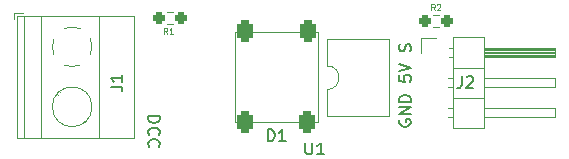
<source format=gbr>
%TF.GenerationSoftware,KiCad,Pcbnew,7.0.10*%
%TF.CreationDate,2024-02-12T10:02:05+01:00*%
%TF.ProjectId,CURRENT_SENSOR_SMD,43555252-454e-4545-9f53-454e534f525f,rev?*%
%TF.SameCoordinates,Original*%
%TF.FileFunction,Legend,Top*%
%TF.FilePolarity,Positive*%
%FSLAX46Y46*%
G04 Gerber Fmt 4.6, Leading zero omitted, Abs format (unit mm)*
G04 Created by KiCad (PCBNEW 7.0.10) date 2024-02-12 10:02:05*
%MOMM*%
%LPD*%
G01*
G04 APERTURE LIST*
G04 Aperture macros list*
%AMRoundRect*
0 Rectangle with rounded corners*
0 $1 Rounding radius*
0 $2 $3 $4 $5 $6 $7 $8 $9 X,Y pos of 4 corners*
0 Add a 4 corners polygon primitive as box body*
4,1,4,$2,$3,$4,$5,$6,$7,$8,$9,$2,$3,0*
0 Add four circle primitives for the rounded corners*
1,1,$1+$1,$2,$3*
1,1,$1+$1,$4,$5*
1,1,$1+$1,$6,$7*
1,1,$1+$1,$8,$9*
0 Add four rect primitives between the rounded corners*
20,1,$1+$1,$2,$3,$4,$5,0*
20,1,$1+$1,$4,$5,$6,$7,0*
20,1,$1+$1,$6,$7,$8,$9,0*
20,1,$1+$1,$8,$9,$2,$3,0*%
G04 Aperture macros list end*
%ADD10C,0.150000*%
%ADD11C,0.075000*%
%ADD12C,0.120000*%
%ADD13C,3.200000*%
%ADD14R,1.780000X2.000000*%
%ADD15RoundRect,0.237500X-0.250000X-0.237500X0.250000X-0.237500X0.250000X0.237500X-0.250000X0.237500X0*%
%ADD16RoundRect,0.237500X0.250000X0.237500X-0.250000X0.237500X-0.250000X-0.237500X0.250000X-0.237500X0*%
%ADD17R,1.700000X1.700000*%
%ADD18O,1.700000X1.700000*%
%ADD19R,2.600000X2.600000*%
%ADD20C,2.600000*%
%ADD21RoundRect,0.318750X-0.318750X0.581250X-0.318750X-0.581250X0.318750X-0.581250X0.318750X0.581250X0*%
G04 APERTURE END LIST*
D10*
X83417438Y-63639411D02*
X83369819Y-63734649D01*
X83369819Y-63734649D02*
X83369819Y-63877506D01*
X83369819Y-63877506D02*
X83417438Y-64020363D01*
X83417438Y-64020363D02*
X83512676Y-64115601D01*
X83512676Y-64115601D02*
X83607914Y-64163220D01*
X83607914Y-64163220D02*
X83798390Y-64210839D01*
X83798390Y-64210839D02*
X83941247Y-64210839D01*
X83941247Y-64210839D02*
X84131723Y-64163220D01*
X84131723Y-64163220D02*
X84226961Y-64115601D01*
X84226961Y-64115601D02*
X84322200Y-64020363D01*
X84322200Y-64020363D02*
X84369819Y-63877506D01*
X84369819Y-63877506D02*
X84369819Y-63782268D01*
X84369819Y-63782268D02*
X84322200Y-63639411D01*
X84322200Y-63639411D02*
X84274580Y-63591792D01*
X84274580Y-63591792D02*
X83941247Y-63591792D01*
X83941247Y-63591792D02*
X83941247Y-63782268D01*
X84369819Y-63163220D02*
X83369819Y-63163220D01*
X83369819Y-63163220D02*
X84369819Y-62591792D01*
X84369819Y-62591792D02*
X83369819Y-62591792D01*
X84369819Y-62115601D02*
X83369819Y-62115601D01*
X83369819Y-62115601D02*
X83369819Y-61877506D01*
X83369819Y-61877506D02*
X83417438Y-61734649D01*
X83417438Y-61734649D02*
X83512676Y-61639411D01*
X83512676Y-61639411D02*
X83607914Y-61591792D01*
X83607914Y-61591792D02*
X83798390Y-61544173D01*
X83798390Y-61544173D02*
X83941247Y-61544173D01*
X83941247Y-61544173D02*
X84131723Y-61591792D01*
X84131723Y-61591792D02*
X84226961Y-61639411D01*
X84226961Y-61639411D02*
X84322200Y-61734649D01*
X84322200Y-61734649D02*
X84369819Y-61877506D01*
X84369819Y-61877506D02*
X84369819Y-62115601D01*
X83369819Y-59877506D02*
X83369819Y-60353696D01*
X83369819Y-60353696D02*
X83846009Y-60401315D01*
X83846009Y-60401315D02*
X83798390Y-60353696D01*
X83798390Y-60353696D02*
X83750771Y-60258458D01*
X83750771Y-60258458D02*
X83750771Y-60020363D01*
X83750771Y-60020363D02*
X83798390Y-59925125D01*
X83798390Y-59925125D02*
X83846009Y-59877506D01*
X83846009Y-59877506D02*
X83941247Y-59829887D01*
X83941247Y-59829887D02*
X84179342Y-59829887D01*
X84179342Y-59829887D02*
X84274580Y-59877506D01*
X84274580Y-59877506D02*
X84322200Y-59925125D01*
X84322200Y-59925125D02*
X84369819Y-60020363D01*
X84369819Y-60020363D02*
X84369819Y-60258458D01*
X84369819Y-60258458D02*
X84322200Y-60353696D01*
X84322200Y-60353696D02*
X84274580Y-60401315D01*
X83369819Y-59544172D02*
X84369819Y-59210839D01*
X84369819Y-59210839D02*
X83369819Y-58877506D01*
X84322200Y-57829886D02*
X84369819Y-57687029D01*
X84369819Y-57687029D02*
X84369819Y-57448934D01*
X84369819Y-57448934D02*
X84322200Y-57353696D01*
X84322200Y-57353696D02*
X84274580Y-57306077D01*
X84274580Y-57306077D02*
X84179342Y-57258458D01*
X84179342Y-57258458D02*
X84084104Y-57258458D01*
X84084104Y-57258458D02*
X83988866Y-57306077D01*
X83988866Y-57306077D02*
X83941247Y-57353696D01*
X83941247Y-57353696D02*
X83893628Y-57448934D01*
X83893628Y-57448934D02*
X83846009Y-57639410D01*
X83846009Y-57639410D02*
X83798390Y-57734648D01*
X83798390Y-57734648D02*
X83750771Y-57782267D01*
X83750771Y-57782267D02*
X83655533Y-57829886D01*
X83655533Y-57829886D02*
X83560295Y-57829886D01*
X83560295Y-57829886D02*
X83465057Y-57782267D01*
X83465057Y-57782267D02*
X83417438Y-57734648D01*
X83417438Y-57734648D02*
X83369819Y-57639410D01*
X83369819Y-57639410D02*
X83369819Y-57401315D01*
X83369819Y-57401315D02*
X83417438Y-57258458D01*
X62130180Y-63336779D02*
X63130180Y-63336779D01*
X63130180Y-63336779D02*
X63130180Y-63574874D01*
X63130180Y-63574874D02*
X63082561Y-63717731D01*
X63082561Y-63717731D02*
X62987323Y-63812969D01*
X62987323Y-63812969D02*
X62892085Y-63860588D01*
X62892085Y-63860588D02*
X62701609Y-63908207D01*
X62701609Y-63908207D02*
X62558752Y-63908207D01*
X62558752Y-63908207D02*
X62368276Y-63860588D01*
X62368276Y-63860588D02*
X62273038Y-63812969D01*
X62273038Y-63812969D02*
X62177800Y-63717731D01*
X62177800Y-63717731D02*
X62130180Y-63574874D01*
X62130180Y-63574874D02*
X62130180Y-63336779D01*
X62225419Y-64908207D02*
X62177800Y-64860588D01*
X62177800Y-64860588D02*
X62130180Y-64717731D01*
X62130180Y-64717731D02*
X62130180Y-64622493D01*
X62130180Y-64622493D02*
X62177800Y-64479636D01*
X62177800Y-64479636D02*
X62273038Y-64384398D01*
X62273038Y-64384398D02*
X62368276Y-64336779D01*
X62368276Y-64336779D02*
X62558752Y-64289160D01*
X62558752Y-64289160D02*
X62701609Y-64289160D01*
X62701609Y-64289160D02*
X62892085Y-64336779D01*
X62892085Y-64336779D02*
X62987323Y-64384398D01*
X62987323Y-64384398D02*
X63082561Y-64479636D01*
X63082561Y-64479636D02*
X63130180Y-64622493D01*
X63130180Y-64622493D02*
X63130180Y-64717731D01*
X63130180Y-64717731D02*
X63082561Y-64860588D01*
X63082561Y-64860588D02*
X63034942Y-64908207D01*
X62225419Y-65908207D02*
X62177800Y-65860588D01*
X62177800Y-65860588D02*
X62130180Y-65717731D01*
X62130180Y-65717731D02*
X62130180Y-65622493D01*
X62130180Y-65622493D02*
X62177800Y-65479636D01*
X62177800Y-65479636D02*
X62273038Y-65384398D01*
X62273038Y-65384398D02*
X62368276Y-65336779D01*
X62368276Y-65336779D02*
X62558752Y-65289160D01*
X62558752Y-65289160D02*
X62701609Y-65289160D01*
X62701609Y-65289160D02*
X62892085Y-65336779D01*
X62892085Y-65336779D02*
X62987323Y-65384398D01*
X62987323Y-65384398D02*
X63082561Y-65479636D01*
X63082561Y-65479636D02*
X63130180Y-65622493D01*
X63130180Y-65622493D02*
X63130180Y-65717731D01*
X63130180Y-65717731D02*
X63082561Y-65860588D01*
X63082561Y-65860588D02*
X63034942Y-65908207D01*
X75448095Y-65557819D02*
X75448095Y-66367342D01*
X75448095Y-66367342D02*
X75495714Y-66462580D01*
X75495714Y-66462580D02*
X75543333Y-66510200D01*
X75543333Y-66510200D02*
X75638571Y-66557819D01*
X75638571Y-66557819D02*
X75829047Y-66557819D01*
X75829047Y-66557819D02*
X75924285Y-66510200D01*
X75924285Y-66510200D02*
X75971904Y-66462580D01*
X75971904Y-66462580D02*
X76019523Y-66367342D01*
X76019523Y-66367342D02*
X76019523Y-65557819D01*
X77019523Y-66557819D02*
X76448095Y-66557819D01*
X76733809Y-66557819D02*
X76733809Y-65557819D01*
X76733809Y-65557819D02*
X76638571Y-65700676D01*
X76638571Y-65700676D02*
X76543333Y-65795914D01*
X76543333Y-65795914D02*
X76448095Y-65843533D01*
D11*
X86403666Y-54329409D02*
X86237000Y-54091314D01*
X86117952Y-54329409D02*
X86117952Y-53829409D01*
X86117952Y-53829409D02*
X86308428Y-53829409D01*
X86308428Y-53829409D02*
X86356047Y-53853219D01*
X86356047Y-53853219D02*
X86379857Y-53877028D01*
X86379857Y-53877028D02*
X86403666Y-53924647D01*
X86403666Y-53924647D02*
X86403666Y-53996076D01*
X86403666Y-53996076D02*
X86379857Y-54043695D01*
X86379857Y-54043695D02*
X86356047Y-54067504D01*
X86356047Y-54067504D02*
X86308428Y-54091314D01*
X86308428Y-54091314D02*
X86117952Y-54091314D01*
X86594143Y-53877028D02*
X86617952Y-53853219D01*
X86617952Y-53853219D02*
X86665571Y-53829409D01*
X86665571Y-53829409D02*
X86784619Y-53829409D01*
X86784619Y-53829409D02*
X86832238Y-53853219D01*
X86832238Y-53853219D02*
X86856047Y-53877028D01*
X86856047Y-53877028D02*
X86879857Y-53924647D01*
X86879857Y-53924647D02*
X86879857Y-53972266D01*
X86879857Y-53972266D02*
X86856047Y-54043695D01*
X86856047Y-54043695D02*
X86570333Y-54329409D01*
X86570333Y-54329409D02*
X86879857Y-54329409D01*
X63766666Y-56352409D02*
X63600000Y-56114314D01*
X63480952Y-56352409D02*
X63480952Y-55852409D01*
X63480952Y-55852409D02*
X63671428Y-55852409D01*
X63671428Y-55852409D02*
X63719047Y-55876219D01*
X63719047Y-55876219D02*
X63742857Y-55900028D01*
X63742857Y-55900028D02*
X63766666Y-55947647D01*
X63766666Y-55947647D02*
X63766666Y-56019076D01*
X63766666Y-56019076D02*
X63742857Y-56066695D01*
X63742857Y-56066695D02*
X63719047Y-56090504D01*
X63719047Y-56090504D02*
X63671428Y-56114314D01*
X63671428Y-56114314D02*
X63480952Y-56114314D01*
X64242857Y-56352409D02*
X63957143Y-56352409D01*
X64100000Y-56352409D02*
X64100000Y-55852409D01*
X64100000Y-55852409D02*
X64052381Y-55923838D01*
X64052381Y-55923838D02*
X64004762Y-55971457D01*
X64004762Y-55971457D02*
X63957143Y-55995266D01*
D10*
X88666666Y-59954819D02*
X88666666Y-60669104D01*
X88666666Y-60669104D02*
X88619047Y-60811961D01*
X88619047Y-60811961D02*
X88523809Y-60907200D01*
X88523809Y-60907200D02*
X88380952Y-60954819D01*
X88380952Y-60954819D02*
X88285714Y-60954819D01*
X89095238Y-60050057D02*
X89142857Y-60002438D01*
X89142857Y-60002438D02*
X89238095Y-59954819D01*
X89238095Y-59954819D02*
X89476190Y-59954819D01*
X89476190Y-59954819D02*
X89571428Y-60002438D01*
X89571428Y-60002438D02*
X89619047Y-60050057D01*
X89619047Y-60050057D02*
X89666666Y-60145295D01*
X89666666Y-60145295D02*
X89666666Y-60240533D01*
X89666666Y-60240533D02*
X89619047Y-60383390D01*
X89619047Y-60383390D02*
X89047619Y-60954819D01*
X89047619Y-60954819D02*
X89666666Y-60954819D01*
X58954819Y-60833333D02*
X59669104Y-60833333D01*
X59669104Y-60833333D02*
X59811961Y-60880952D01*
X59811961Y-60880952D02*
X59907200Y-60976190D01*
X59907200Y-60976190D02*
X59954819Y-61119047D01*
X59954819Y-61119047D02*
X59954819Y-61214285D01*
X59954819Y-59833333D02*
X59954819Y-60404761D01*
X59954819Y-60119047D02*
X58954819Y-60119047D01*
X58954819Y-60119047D02*
X59097676Y-60214285D01*
X59097676Y-60214285D02*
X59192914Y-60309523D01*
X59192914Y-60309523D02*
X59240533Y-60404761D01*
X72261905Y-65454819D02*
X72261905Y-64454819D01*
X72261905Y-64454819D02*
X72500000Y-64454819D01*
X72500000Y-64454819D02*
X72642857Y-64502438D01*
X72642857Y-64502438D02*
X72738095Y-64597676D01*
X72738095Y-64597676D02*
X72785714Y-64692914D01*
X72785714Y-64692914D02*
X72833333Y-64883390D01*
X72833333Y-64883390D02*
X72833333Y-65026247D01*
X72833333Y-65026247D02*
X72785714Y-65216723D01*
X72785714Y-65216723D02*
X72738095Y-65311961D01*
X72738095Y-65311961D02*
X72642857Y-65407200D01*
X72642857Y-65407200D02*
X72500000Y-65454819D01*
X72500000Y-65454819D02*
X72261905Y-65454819D01*
X73785714Y-65454819D02*
X73214286Y-65454819D01*
X73500000Y-65454819D02*
X73500000Y-64454819D01*
X73500000Y-64454819D02*
X73404762Y-64597676D01*
X73404762Y-64597676D02*
X73309524Y-64692914D01*
X73309524Y-64692914D02*
X73214286Y-64740533D01*
D12*
%TO.C,U1*%
X77283000Y-61071000D02*
X77283000Y-63306000D01*
X82483000Y-56836000D02*
X77283000Y-56836000D01*
X77283000Y-63306000D02*
X82483000Y-63306000D01*
X82483000Y-63306000D02*
X82483000Y-56836000D01*
X77283000Y-56836000D02*
X77283000Y-59071000D01*
X77283000Y-61071000D02*
G75*
G03*
X77283000Y-59071000I0J1000000D01*
G01*
%TO.C,R2*%
X86232276Y-54722500D02*
X86741724Y-54722500D01*
X86232276Y-55767500D02*
X86741724Y-55767500D01*
%TO.C,R1*%
X64254724Y-55522500D02*
X63745276Y-55522500D01*
X64254724Y-54477500D02*
X63745276Y-54477500D01*
%TO.C,J2*%
X90600000Y-57760000D02*
X96600000Y-57760000D01*
X87610000Y-57580000D02*
X87940000Y-57580000D01*
X96600000Y-60880000D02*
X90600000Y-60880000D01*
X87542929Y-62660000D02*
X87940000Y-62660000D01*
X90600000Y-58000000D02*
X96600000Y-58000000D01*
X90600000Y-57580000D02*
X96600000Y-57580000D01*
X90600000Y-64370000D02*
X90600000Y-56630000D01*
X96600000Y-60120000D02*
X96600000Y-60880000D01*
X87610000Y-58340000D02*
X87940000Y-58340000D01*
X90600000Y-60120000D02*
X96600000Y-60120000D01*
X90600000Y-62660000D02*
X96600000Y-62660000D01*
X96600000Y-57580000D02*
X96600000Y-58340000D01*
X90600000Y-56630000D02*
X87940000Y-56630000D01*
X96600000Y-62660000D02*
X96600000Y-63420000D01*
X87542929Y-60120000D02*
X87940000Y-60120000D01*
X90600000Y-58240000D02*
X96600000Y-58240000D01*
X85230000Y-57960000D02*
X85230000Y-56690000D01*
X87542929Y-63420000D02*
X87940000Y-63420000D01*
X87940000Y-56630000D02*
X87940000Y-64370000D01*
X90600000Y-57880000D02*
X96600000Y-57880000D01*
X87940000Y-61770000D02*
X90600000Y-61770000D01*
X90600000Y-57640000D02*
X96600000Y-57640000D01*
X96600000Y-63420000D02*
X90600000Y-63420000D01*
X85230000Y-56690000D02*
X86500000Y-56690000D01*
X96600000Y-58340000D02*
X90600000Y-58340000D01*
X87940000Y-59230000D02*
X90600000Y-59230000D01*
X90600000Y-58120000D02*
X96600000Y-58120000D01*
X87542929Y-60880000D02*
X87940000Y-60880000D01*
X87940000Y-64370000D02*
X90600000Y-64370000D01*
%TO.C,J1*%
X56970000Y-63605000D02*
X56934000Y-63570000D01*
X53095000Y-54855000D02*
X53095000Y-65135000D01*
X60956000Y-65135000D02*
X51035000Y-65135000D01*
X51035000Y-54855000D02*
X51035000Y-65135000D01*
X57996000Y-54855000D02*
X57996000Y-65135000D01*
X50795000Y-54615000D02*
X50795000Y-55115000D01*
X54456000Y-61501000D02*
X54421000Y-61466000D01*
X56764000Y-63810000D02*
X56718000Y-63763000D01*
X51595000Y-54855000D02*
X51595000Y-65135000D01*
X51535000Y-54615000D02*
X50795000Y-54615000D01*
X54672000Y-61308000D02*
X54626000Y-61261000D01*
X60956000Y-54855000D02*
X51035000Y-54855000D01*
X60956000Y-54855000D02*
X60956000Y-65135000D01*
X54160001Y-56771000D02*
G75*
G03*
X54014748Y-57483805I1535000J-683999D01*
G01*
X54015001Y-57455000D02*
G75*
G03*
X54160245Y-58138318I1679999J0D01*
G01*
X57229999Y-58138999D02*
G75*
G03*
X57230426Y-56771958I-1534992J684000D01*
G01*
X56378999Y-55920001D02*
G75*
G03*
X55011958Y-55919574I-684000J-1534992D01*
G01*
X55011000Y-58990000D02*
G75*
G03*
X56378042Y-58990426I684000J1535000D01*
G01*
X57375000Y-62535000D02*
G75*
G03*
X54015000Y-62535000I-1680000J0D01*
G01*
X54015000Y-62535000D02*
G75*
G03*
X57375000Y-62535000I1680000J0D01*
G01*
%TO.C,D1*%
X76500000Y-56200000D02*
X69500000Y-56200000D01*
X69500000Y-56200000D02*
X69500000Y-63800000D01*
X69500000Y-63800000D02*
X76500000Y-63800000D01*
X76500000Y-63800000D02*
X76500000Y-56200000D01*
%TD*%
%LPC*%
D13*
%TO.C,REF\u002A\u002A*%
X65500000Y-60000000D03*
%TD*%
D14*
%TO.C,U1*%
X78613000Y-64836000D03*
X81153000Y-64836000D03*
X81153000Y-55306000D03*
X78613000Y-55306000D03*
%TD*%
D15*
%TO.C,R2*%
X85574500Y-55245000D03*
X87399500Y-55245000D03*
%TD*%
D16*
%TO.C,R1*%
X64912500Y-55000000D03*
X63087500Y-55000000D03*
%TD*%
D17*
%TO.C,J2*%
X86500000Y-57960000D03*
D18*
X86500000Y-60500000D03*
X86500000Y-63040000D03*
%TD*%
D19*
%TO.C,J1*%
X55695000Y-57455000D03*
D20*
X55695000Y-62535000D03*
%TD*%
D21*
%TO.C,D1*%
X75662500Y-56100000D03*
X70362500Y-56100000D03*
X70300000Y-63800000D03*
X75600000Y-63800000D03*
%TD*%
%LPD*%
M02*

</source>
